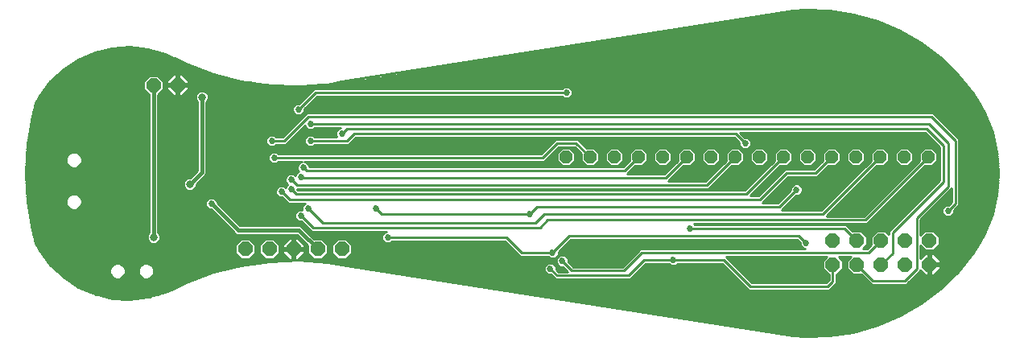
<source format=gbl>
G75*
G70*
%OFA0B0*%
%FSLAX24Y24*%
%IPPOS*%
%LPD*%
%AMOC8*
5,1,8,0,0,1.08239X$1,22.5*
%
%ADD10OC8,0.0520*%
%ADD11OC8,0.0600*%
%ADD12C,0.0270*%
%ADD13C,0.0100*%
%ADD14C,0.0320*%
%ADD15C,0.0160*%
D10*
X024228Y009670D03*
X025228Y009670D03*
X026228Y009670D03*
X027228Y009670D03*
X028228Y009670D03*
X029228Y009670D03*
X030228Y009670D03*
X031228Y009670D03*
X032228Y009670D03*
X033228Y009670D03*
X034228Y009670D03*
X035228Y009670D03*
X036228Y009670D03*
X037228Y009670D03*
X038228Y009670D03*
X039228Y009670D03*
D11*
X039278Y006220D03*
X038278Y006220D03*
X037278Y006220D03*
X036278Y006220D03*
X035278Y006220D03*
X035278Y005220D03*
X036278Y005220D03*
X037278Y005220D03*
X038278Y005220D03*
X039278Y005220D03*
X014948Y005864D03*
X013948Y005864D03*
X012948Y005864D03*
X011948Y005864D03*
X010948Y005864D03*
X008151Y012651D03*
X007151Y012651D03*
D12*
X006578Y013320D03*
X007578Y013820D03*
X009078Y012920D03*
X011078Y011520D03*
X013151Y011651D03*
X014278Y011720D03*
X013651Y011051D03*
X014951Y010651D03*
X013651Y010351D03*
X012778Y010120D03*
X012051Y010351D03*
X012151Y009651D03*
X013351Y009251D03*
X013251Y008851D03*
X012851Y008751D03*
X012851Y008351D03*
X012451Y008251D03*
X013551Y007551D03*
X013251Y007251D03*
X016351Y007551D03*
X016851Y006351D03*
X016478Y005920D03*
X020078Y005820D03*
X023578Y005047D03*
X024078Y005370D03*
X023678Y005720D03*
X026178Y006020D03*
X026278Y005320D03*
X028028Y004970D03*
X028628Y004970D03*
X028678Y005420D03*
X028478Y006070D03*
X029378Y006720D03*
X030478Y006120D03*
X033128Y004870D03*
X034628Y004870D03*
X034178Y006120D03*
X033778Y008320D03*
X031651Y010251D03*
X027178Y011720D03*
X025678Y011920D03*
X024251Y012351D03*
X026678Y012620D03*
X028278Y013320D03*
X021478Y011920D03*
X019278Y011920D03*
X018078Y011920D03*
X016378Y011820D03*
X016578Y012820D03*
X018278Y010220D03*
X022178Y010020D03*
X022728Y007320D03*
X013778Y009920D03*
X009551Y007751D03*
X006078Y008120D03*
X005378Y007620D03*
X004478Y007620D03*
X003978Y007120D03*
X006078Y007120D03*
X003178Y005920D03*
X003978Y005120D03*
X008778Y005120D03*
X009778Y005720D03*
X004078Y008720D03*
X002578Y009520D03*
X002778Y011220D03*
X003278Y012520D03*
X003778Y013320D03*
X032878Y002920D03*
X034378Y002820D03*
X036578Y002820D03*
X039978Y004620D03*
X040178Y005720D03*
X040878Y006520D03*
X040051Y007451D03*
X041578Y007720D03*
X041478Y009520D03*
X040678Y011820D03*
X038578Y013220D03*
D13*
X005435Y003828D02*
X004715Y004001D01*
X004036Y004295D01*
X003417Y004701D01*
X002878Y005209D01*
X002435Y005802D01*
X002260Y006113D01*
X002118Y006669D01*
X001922Y007832D01*
X001856Y009009D01*
X001922Y010187D01*
X002118Y011350D01*
X002260Y011906D01*
X002435Y012217D01*
X002878Y012810D01*
X003417Y013317D01*
X004036Y013724D01*
X004715Y014018D01*
X005435Y014191D01*
X006174Y014236D01*
X006909Y014154D01*
X007620Y013946D01*
X007959Y013796D01*
X008014Y013769D01*
X008015Y013769D01*
X008495Y013531D01*
X009618Y013118D01*
X010778Y012825D01*
X011963Y012656D01*
X013158Y012612D01*
X014352Y012695D01*
X014940Y012799D01*
X033633Y015750D01*
X034134Y015781D01*
X035145Y015748D01*
X036144Y015592D01*
X037116Y015314D01*
X038047Y014918D01*
X038921Y014411D01*
X039727Y013800D01*
X040452Y013095D01*
X041084Y012306D01*
X041361Y011885D01*
X041565Y011507D01*
X041884Y010707D01*
X042078Y009868D01*
X042143Y009009D01*
X042078Y008151D01*
X041884Y007312D01*
X041565Y006512D01*
X041361Y006134D01*
X041084Y005713D01*
X040452Y004924D01*
X039727Y004218D01*
X038921Y003608D01*
X038047Y003100D01*
X037116Y002705D01*
X036144Y002427D01*
X035145Y002271D01*
X034134Y002238D01*
X033633Y002269D01*
X014940Y005220D01*
X014352Y005324D01*
X014352Y005324D01*
X013158Y005407D01*
X011963Y005363D01*
X011963Y005363D01*
X010778Y005194D01*
X009618Y004901D01*
X008495Y004487D01*
X003743Y004487D01*
X003593Y004586D02*
X008762Y004586D01*
X008495Y004487D02*
X008495Y004487D01*
X008015Y004250D01*
X008014Y004250D01*
X007965Y004225D01*
X007959Y004223D01*
X007959Y004223D01*
X007620Y004073D01*
X006909Y003865D01*
X006174Y003783D01*
X005435Y003828D01*
X005153Y003896D02*
X007014Y003896D01*
X007351Y003994D02*
X004741Y003994D01*
X004502Y004093D02*
X007664Y004093D01*
X007888Y004191D02*
X004274Y004191D01*
X004046Y004290D02*
X008095Y004290D01*
X008295Y004389D02*
X003893Y004389D01*
X003444Y004684D02*
X005465Y004684D01*
X005475Y004674D02*
X005596Y004624D01*
X005726Y004624D01*
X005846Y004674D01*
X005938Y004766D01*
X005988Y004886D01*
X005988Y005016D01*
X005938Y005136D01*
X005846Y005229D01*
X005726Y005278D01*
X005596Y005278D01*
X005475Y005229D01*
X005383Y005136D01*
X005333Y005016D01*
X005333Y004886D01*
X005383Y004766D01*
X005475Y004674D01*
X005376Y004783D02*
X003331Y004783D01*
X003226Y004881D02*
X005335Y004881D01*
X005333Y004980D02*
X003122Y004980D01*
X003017Y005078D02*
X005359Y005078D01*
X005424Y005177D02*
X002912Y005177D01*
X002829Y005275D02*
X005589Y005275D01*
X005733Y005275D02*
X006770Y005275D01*
X006777Y005278D02*
X006656Y005229D01*
X006564Y005136D01*
X006515Y005016D01*
X006515Y004886D01*
X006564Y004766D01*
X006656Y004674D01*
X006777Y004624D01*
X006907Y004624D01*
X007027Y004674D01*
X007119Y004766D01*
X007169Y004886D01*
X007169Y005016D01*
X007119Y005136D01*
X007027Y005229D01*
X006907Y005278D01*
X006777Y005278D01*
X006914Y005275D02*
X011348Y005275D01*
X011118Y005454D02*
X011358Y005694D01*
X011358Y006034D01*
X011118Y006274D01*
X010779Y006274D01*
X010538Y006034D01*
X010538Y005694D01*
X010779Y005454D01*
X011118Y005454D01*
X011137Y005473D02*
X011760Y005473D01*
X011779Y005454D02*
X011538Y005694D01*
X011538Y006034D01*
X011779Y006274D01*
X012118Y006274D01*
X012358Y006034D01*
X012358Y005694D01*
X012118Y005454D01*
X011779Y005454D01*
X011662Y005571D02*
X011235Y005571D01*
X011334Y005670D02*
X011563Y005670D01*
X011538Y005768D02*
X011358Y005768D01*
X011358Y005867D02*
X011538Y005867D01*
X011538Y005965D02*
X011358Y005965D01*
X011329Y006064D02*
X011568Y006064D01*
X011667Y006162D02*
X011230Y006162D01*
X011131Y006261D02*
X011765Y006261D01*
X012131Y006261D02*
X012709Y006261D01*
X012762Y006314D02*
X012498Y006051D01*
X012498Y005914D01*
X012898Y005914D01*
X012898Y005814D01*
X012498Y005814D01*
X012498Y005678D01*
X012762Y005414D01*
X012898Y005414D01*
X012898Y005814D01*
X012998Y005814D01*
X012998Y005414D01*
X013135Y005414D01*
X013398Y005678D01*
X013398Y005814D01*
X012999Y005814D01*
X012999Y005914D01*
X013398Y005914D01*
X013398Y006051D01*
X013135Y006314D01*
X012998Y006314D01*
X012998Y005914D01*
X012898Y005914D01*
X012898Y006314D01*
X012762Y006314D01*
X012898Y006261D02*
X012998Y006261D01*
X012998Y006162D02*
X012898Y006162D01*
X012898Y006064D02*
X012998Y006064D01*
X012998Y005965D02*
X012898Y005965D01*
X012898Y005867D02*
X012358Y005867D01*
X012358Y005965D02*
X012498Y005965D01*
X012512Y006064D02*
X012329Y006064D01*
X012230Y006162D02*
X012610Y006162D01*
X012999Y005867D02*
X013538Y005867D01*
X013538Y005965D02*
X013398Y005965D01*
X013385Y006064D02*
X013480Y006064D01*
X013538Y006005D02*
X013538Y005694D01*
X013779Y005454D01*
X014118Y005454D01*
X014358Y005694D01*
X014358Y006034D01*
X014118Y006274D01*
X013807Y006274D01*
X013240Y006841D01*
X013083Y006841D01*
X010730Y006841D01*
X009796Y007775D01*
X009796Y007800D01*
X009759Y007890D01*
X009690Y007959D01*
X009600Y007996D01*
X009502Y007996D01*
X009412Y007959D01*
X009343Y007890D01*
X009306Y007800D01*
X009306Y007702D01*
X009343Y007612D01*
X009412Y007543D01*
X009502Y007506D01*
X009527Y007506D01*
X010461Y006572D01*
X010572Y006461D01*
X013083Y006461D01*
X013538Y006005D01*
X013382Y006162D02*
X013287Y006162D01*
X013283Y006261D02*
X013188Y006261D01*
X013184Y006359D02*
X007421Y006359D01*
X007421Y006405D02*
X007380Y006504D01*
X007341Y006543D01*
X007341Y012261D01*
X007561Y012481D01*
X007561Y012821D01*
X007321Y013061D01*
X006981Y013061D01*
X006741Y012821D01*
X006741Y012481D01*
X006961Y012261D01*
X006961Y006543D01*
X006922Y006504D01*
X006881Y006405D01*
X006881Y006297D01*
X006922Y006198D01*
X006998Y006122D01*
X007097Y006081D01*
X007205Y006081D01*
X007304Y006122D01*
X007380Y006198D01*
X007421Y006297D01*
X007421Y006405D01*
X007399Y006458D02*
X013086Y006458D01*
X013426Y006655D02*
X013621Y006655D01*
X013685Y006591D02*
X013817Y006591D01*
X016790Y006591D01*
X016712Y006559D01*
X016643Y006490D01*
X016606Y006400D01*
X016606Y006302D01*
X016643Y006212D01*
X016712Y006143D01*
X016802Y006106D01*
X016900Y006106D01*
X016990Y006143D01*
X017038Y006191D01*
X021685Y006191D01*
X022316Y005560D01*
X022449Y005560D01*
X023491Y005560D01*
X023539Y005512D01*
X023629Y005475D01*
X023727Y005475D01*
X023817Y005512D01*
X023886Y005581D01*
X023923Y005671D01*
X023923Y005738D01*
X024444Y006260D01*
X033812Y006260D01*
X033933Y006138D01*
X033933Y006071D01*
X033970Y005981D01*
X034039Y005912D01*
X034117Y005880D01*
X027312Y005880D01*
X027218Y005786D01*
X026562Y005130D01*
X024544Y005130D01*
X024323Y005351D01*
X024323Y005418D01*
X024286Y005508D01*
X024217Y005577D01*
X024127Y005615D01*
X024029Y005615D01*
X023939Y005577D01*
X023870Y005508D01*
X023833Y005418D01*
X023833Y005321D01*
X023870Y005231D01*
X023939Y005162D01*
X024029Y005125D01*
X024097Y005125D01*
X024292Y004930D01*
X023922Y004930D01*
X023823Y005029D01*
X023823Y005096D01*
X023786Y005186D01*
X023717Y005255D01*
X023627Y005292D01*
X023529Y005292D01*
X023439Y005255D01*
X023370Y005186D01*
X023333Y005096D01*
X023333Y004998D01*
X023370Y004908D01*
X023439Y004840D01*
X023529Y004802D01*
X023597Y004802D01*
X023789Y004610D01*
X023922Y004610D01*
X026894Y004610D01*
X026988Y004703D01*
X027544Y005260D01*
X028491Y005260D01*
X028539Y005212D01*
X028629Y005175D01*
X028727Y005175D01*
X028817Y005212D01*
X028864Y005260D01*
X030712Y005260D01*
X031812Y004160D01*
X031944Y004160D01*
X035144Y004160D01*
X035238Y004253D01*
X035438Y004453D01*
X035438Y004586D01*
X035438Y004810D01*
X035448Y004810D01*
X035688Y005050D01*
X035688Y005389D01*
X035518Y005560D01*
X036038Y005560D01*
X035868Y005389D01*
X035868Y005050D01*
X036108Y004810D01*
X036448Y004810D01*
X036455Y004817D01*
X036880Y004391D01*
X037013Y004391D01*
X038317Y004391D01*
X038411Y004485D01*
X038817Y004891D01*
X038817Y004891D01*
X038894Y004968D01*
X039092Y004770D01*
X039228Y004770D01*
X039228Y005169D01*
X039328Y005169D01*
X039328Y004770D01*
X039464Y004770D01*
X039728Y005033D01*
X039728Y005170D01*
X039328Y005170D01*
X039328Y005270D01*
X039228Y005270D01*
X039228Y005670D01*
X039092Y005670D01*
X038911Y005670D01*
X038911Y005768D02*
X041120Y005768D01*
X041185Y005867D02*
X039505Y005867D01*
X039448Y005810D02*
X039688Y006050D01*
X039688Y006389D01*
X039448Y006630D01*
X039108Y006630D01*
X038911Y006433D01*
X038911Y007085D01*
X040191Y008365D01*
X040191Y007817D01*
X040070Y007696D01*
X040002Y007696D01*
X039912Y007659D01*
X039843Y007590D01*
X039806Y007500D01*
X039806Y007402D01*
X039843Y007312D01*
X039912Y007243D01*
X040002Y007206D01*
X040100Y007206D01*
X040190Y007243D01*
X040259Y007312D01*
X040296Y007402D01*
X040296Y007470D01*
X040511Y007685D01*
X040511Y007817D01*
X040511Y010417D01*
X040417Y010511D01*
X039417Y011511D01*
X039285Y011511D01*
X013485Y011511D01*
X013391Y011417D01*
X012485Y010511D01*
X012238Y010511D01*
X012190Y010559D01*
X012100Y010596D01*
X012002Y010596D01*
X011912Y010559D01*
X011843Y010490D01*
X011806Y010400D01*
X011806Y010302D01*
X011843Y010212D01*
X011912Y010143D01*
X012002Y010106D01*
X012100Y010106D01*
X012190Y010143D01*
X012238Y010191D01*
X012485Y010191D01*
X012617Y010191D01*
X013413Y010987D01*
X013443Y010912D01*
X013512Y010843D01*
X013602Y010806D01*
X013700Y010806D01*
X013790Y010843D01*
X013838Y010891D01*
X014891Y010891D01*
X014812Y010859D01*
X014743Y010790D01*
X014706Y010700D01*
X014706Y010602D01*
X014743Y010512D01*
X014745Y010511D01*
X013838Y010511D01*
X013790Y010559D01*
X013700Y010596D01*
X013602Y010596D01*
X013512Y010559D01*
X013443Y010490D01*
X013406Y010400D01*
X013406Y010302D01*
X013443Y010212D01*
X013512Y010143D01*
X013602Y010106D01*
X013700Y010106D01*
X013790Y010143D01*
X013838Y010191D01*
X015085Y010191D01*
X015217Y010191D01*
X015517Y010491D01*
X031185Y010491D01*
X031406Y010270D01*
X031406Y010202D01*
X031443Y010112D01*
X031512Y010043D01*
X031602Y010006D01*
X031700Y010006D01*
X031790Y010043D01*
X031859Y010112D01*
X031896Y010202D01*
X031896Y010300D01*
X031859Y010390D01*
X031790Y010459D01*
X031700Y010496D01*
X031632Y010496D01*
X031437Y010691D01*
X039085Y010691D01*
X039691Y010085D01*
X039691Y008717D01*
X037685Y006711D01*
X037591Y006617D01*
X037591Y006486D01*
X037448Y006630D01*
X037108Y006630D01*
X036868Y006389D01*
X036868Y006050D01*
X036875Y006043D01*
X036712Y005880D01*
X036518Y005880D01*
X036688Y006050D01*
X036688Y006389D01*
X036448Y006630D01*
X036108Y006630D01*
X036101Y006623D01*
X035938Y006786D01*
X035844Y006880D01*
X029564Y006880D01*
X029534Y006910D01*
X036694Y006910D01*
X036788Y007003D01*
X039084Y009300D01*
X039381Y009300D01*
X039598Y009516D01*
X039598Y009823D01*
X039381Y010040D01*
X039075Y010040D01*
X038858Y009823D01*
X038858Y009526D01*
X036562Y007230D01*
X035014Y007230D01*
X035038Y007253D01*
X037084Y009300D01*
X037381Y009300D01*
X037598Y009516D01*
X037598Y009823D01*
X037381Y010040D01*
X037075Y010040D01*
X036858Y009823D01*
X036858Y009526D01*
X034812Y007480D01*
X033164Y007480D01*
X033238Y007553D01*
X033759Y008075D01*
X033827Y008075D01*
X033917Y008112D01*
X033986Y008181D01*
X034023Y008271D01*
X034023Y008368D01*
X033986Y008458D01*
X033917Y008527D01*
X035859Y008527D01*
X035761Y008429D02*
X033998Y008429D01*
X034023Y008330D02*
X035662Y008330D01*
X035564Y008232D02*
X034007Y008232D01*
X033938Y008133D02*
X035465Y008133D01*
X035367Y008035D02*
X033719Y008035D01*
X033621Y007936D02*
X035268Y007936D01*
X035170Y007838D02*
X033522Y007838D01*
X033424Y007739D02*
X035071Y007739D01*
X034973Y007640D02*
X033325Y007640D01*
X033226Y007542D02*
X034874Y007542D01*
X034878Y007320D02*
X023320Y007320D01*
X022951Y006951D01*
X014151Y006951D01*
X013551Y007551D01*
X013323Y007640D02*
X009931Y007640D01*
X010029Y007542D02*
X013306Y007542D01*
X013306Y007502D02*
X013311Y007492D01*
X013300Y007496D01*
X013202Y007496D01*
X013112Y007459D01*
X013043Y007390D01*
X013006Y007300D01*
X013006Y007202D01*
X013043Y007112D01*
X013112Y007043D01*
X013202Y007006D01*
X013270Y007006D01*
X013685Y006591D01*
X013623Y006458D02*
X016630Y006458D01*
X016606Y006359D02*
X013722Y006359D01*
X013525Y006556D02*
X016710Y006556D01*
X016851Y006351D02*
X021751Y006351D01*
X022383Y005720D01*
X023678Y005720D01*
X024378Y006420D01*
X033878Y006420D01*
X034178Y006120D01*
X033986Y005965D02*
X024150Y005965D01*
X024248Y006064D02*
X033936Y006064D01*
X033909Y006162D02*
X024347Y006162D01*
X024051Y005867D02*
X027299Y005867D01*
X027200Y005768D02*
X023953Y005768D01*
X023922Y005670D02*
X027102Y005670D01*
X027003Y005571D02*
X024223Y005571D01*
X024301Y005473D02*
X026905Y005473D01*
X026806Y005374D02*
X024323Y005374D01*
X024398Y005275D02*
X026707Y005275D01*
X026609Y005177D02*
X024497Y005177D01*
X024478Y004970D02*
X024078Y005370D01*
X023855Y005473D02*
X015137Y005473D01*
X015118Y005454D02*
X014779Y005454D01*
X014538Y005694D01*
X014538Y006034D01*
X014779Y006274D01*
X015118Y006274D01*
X015358Y006034D01*
X015358Y005694D01*
X015118Y005454D01*
X015235Y005571D02*
X022305Y005571D01*
X022206Y005670D02*
X015334Y005670D01*
X015358Y005768D02*
X022108Y005768D01*
X022009Y005867D02*
X015358Y005867D01*
X015358Y005965D02*
X021911Y005965D01*
X021812Y006064D02*
X015329Y006064D01*
X015230Y006162D02*
X016694Y006162D01*
X016623Y006261D02*
X015131Y006261D01*
X014765Y006261D02*
X014131Y006261D01*
X014230Y006162D02*
X014667Y006162D01*
X014568Y006064D02*
X014329Y006064D01*
X014358Y005965D02*
X014538Y005965D01*
X014538Y005867D02*
X014358Y005867D01*
X014358Y005768D02*
X014538Y005768D01*
X014563Y005670D02*
X014334Y005670D01*
X014235Y005571D02*
X014662Y005571D01*
X014760Y005473D02*
X014137Y005473D01*
X013760Y005473D02*
X013193Y005473D01*
X013158Y005407D02*
X013158Y005407D01*
X012998Y005473D02*
X012898Y005473D01*
X012898Y005571D02*
X012998Y005571D01*
X012998Y005670D02*
X012898Y005670D01*
X012898Y005768D02*
X012998Y005768D01*
X013292Y005571D02*
X013662Y005571D01*
X013563Y005670D02*
X013390Y005670D01*
X013398Y005768D02*
X013538Y005768D01*
X013631Y005374D02*
X023833Y005374D01*
X023852Y005275D02*
X023667Y005275D01*
X023789Y005177D02*
X023924Y005177D01*
X023823Y005078D02*
X024143Y005078D01*
X024242Y004980D02*
X023872Y004980D01*
X023856Y004770D02*
X023578Y005047D01*
X023397Y004881D02*
X017087Y004881D01*
X017711Y004783D02*
X023616Y004783D01*
X023715Y004684D02*
X018335Y004684D01*
X018960Y004586D02*
X031386Y004586D01*
X031287Y004684D02*
X026969Y004684D01*
X027067Y004783D02*
X031189Y004783D01*
X031090Y004881D02*
X027166Y004881D01*
X027264Y004980D02*
X030992Y004980D01*
X030893Y005078D02*
X027363Y005078D01*
X027461Y005177D02*
X028624Y005177D01*
X028732Y005177D02*
X030794Y005177D01*
X030778Y005420D02*
X028678Y005420D01*
X027478Y005420D01*
X026828Y004770D01*
X023856Y004770D01*
X023341Y004980D02*
X016463Y004980D01*
X015839Y005078D02*
X023333Y005078D01*
X023366Y005177D02*
X015215Y005177D01*
X014628Y005275D02*
X023489Y005275D01*
X023876Y005571D02*
X023933Y005571D01*
X024478Y004970D02*
X026628Y004970D01*
X027378Y005720D01*
X036778Y005720D01*
X037278Y006220D01*
X036868Y006261D02*
X036688Y006261D01*
X036688Y006359D02*
X036868Y006359D01*
X036936Y006458D02*
X036619Y006458D01*
X036521Y006556D02*
X037035Y006556D01*
X036868Y006162D02*
X036688Y006162D01*
X036688Y006064D02*
X036868Y006064D01*
X036797Y005965D02*
X036603Y005965D01*
X036278Y006220D02*
X035778Y006720D01*
X029378Y006720D01*
X030864Y005560D02*
X035038Y005560D01*
X034868Y005389D01*
X034868Y005050D01*
X035108Y004810D01*
X035118Y004810D01*
X035118Y004586D01*
X035012Y004480D01*
X031944Y004480D01*
X030938Y005486D01*
X030864Y005560D01*
X030951Y005473D02*
X034951Y005473D01*
X034868Y005374D02*
X031050Y005374D01*
X031148Y005275D02*
X034868Y005275D01*
X034868Y005177D02*
X031247Y005177D01*
X031346Y005078D02*
X034868Y005078D01*
X034938Y004980D02*
X031444Y004980D01*
X031543Y004881D02*
X035037Y004881D01*
X035118Y004783D02*
X031641Y004783D01*
X031740Y004684D02*
X035118Y004684D01*
X035118Y004586D02*
X031838Y004586D01*
X031937Y004487D02*
X035019Y004487D01*
X035078Y004320D02*
X031878Y004320D01*
X030778Y005420D01*
X031484Y004487D02*
X019584Y004487D01*
X020208Y004389D02*
X031583Y004389D01*
X031681Y004290D02*
X020832Y004290D01*
X021456Y004191D02*
X031780Y004191D01*
X029569Y002910D02*
X037599Y002910D01*
X037368Y002812D02*
X030193Y002812D01*
X030818Y002713D02*
X037136Y002713D01*
X036801Y002615D02*
X031442Y002615D01*
X032066Y002516D02*
X036456Y002516D01*
X036085Y002418D02*
X032690Y002418D01*
X033314Y002319D02*
X035456Y002319D01*
X037831Y003009D02*
X028945Y003009D01*
X028321Y003107D02*
X038059Y003107D01*
X038229Y003206D02*
X027697Y003206D01*
X027073Y003305D02*
X038399Y003305D01*
X038569Y003403D02*
X026449Y003403D01*
X025825Y003502D02*
X038739Y003502D01*
X038909Y003600D02*
X025201Y003600D01*
X024577Y003699D02*
X039042Y003699D01*
X039172Y003797D02*
X023952Y003797D01*
X023328Y003896D02*
X039302Y003896D01*
X039432Y003994D02*
X022704Y003994D01*
X022080Y004093D02*
X039561Y004093D01*
X039691Y004191D02*
X035176Y004191D01*
X035275Y004290D02*
X039801Y004290D01*
X039902Y004389D02*
X035373Y004389D01*
X035438Y004487D02*
X036784Y004487D01*
X036686Y004586D02*
X035438Y004586D01*
X035438Y004684D02*
X036587Y004684D01*
X036489Y004783D02*
X035438Y004783D01*
X035519Y004881D02*
X036037Y004881D01*
X035938Y004980D02*
X035618Y004980D01*
X035688Y005078D02*
X035868Y005078D01*
X035868Y005177D02*
X035688Y005177D01*
X035688Y005275D02*
X035868Y005275D01*
X035868Y005374D02*
X035688Y005374D01*
X035605Y005473D02*
X035951Y005473D01*
X036278Y005220D02*
X036946Y004551D01*
X038251Y004551D01*
X038751Y005051D01*
X038751Y007151D01*
X040051Y008451D01*
X040051Y010251D01*
X039251Y011051D01*
X013651Y011051D01*
X013463Y010892D02*
X013319Y010892D01*
X013220Y010794D02*
X014747Y010794D01*
X014706Y010695D02*
X013122Y010695D01*
X013023Y010597D02*
X014709Y010597D01*
X014951Y010651D02*
X015151Y010851D01*
X039151Y010851D01*
X039851Y010151D01*
X039851Y008651D01*
X037751Y006551D01*
X037751Y005693D01*
X037278Y005220D01*
X038610Y004684D02*
X040205Y004684D01*
X040104Y004586D02*
X038512Y004586D01*
X038413Y004487D02*
X040003Y004487D01*
X040307Y004783D02*
X039477Y004783D01*
X039576Y004881D02*
X040408Y004881D01*
X040496Y004980D02*
X039674Y004980D01*
X039728Y005078D02*
X040575Y005078D01*
X040654Y005177D02*
X039328Y005177D01*
X039328Y005270D02*
X039728Y005270D01*
X039728Y005406D01*
X039464Y005670D01*
X039328Y005670D01*
X039328Y005270D01*
X039328Y005275D02*
X039228Y005275D01*
X039228Y005374D02*
X039328Y005374D01*
X039328Y005473D02*
X039228Y005473D01*
X039228Y005571D02*
X039328Y005571D01*
X039328Y005670D02*
X039228Y005670D01*
X039092Y005670D02*
X038911Y005489D01*
X038911Y006007D01*
X039108Y005810D01*
X039448Y005810D01*
X039464Y005670D02*
X041049Y005670D01*
X040970Y005571D02*
X039563Y005571D01*
X039661Y005473D02*
X040891Y005473D01*
X040812Y005374D02*
X039728Y005374D01*
X039728Y005275D02*
X040733Y005275D01*
X039328Y005078D02*
X039228Y005078D01*
X039228Y004980D02*
X039328Y004980D01*
X039328Y004881D02*
X039228Y004881D01*
X039228Y004783D02*
X039328Y004783D01*
X039079Y004783D02*
X038709Y004783D01*
X038807Y004881D02*
X038980Y004881D01*
X038993Y005571D02*
X038911Y005571D01*
X038911Y005867D02*
X039051Y005867D01*
X038953Y005965D02*
X038911Y005965D01*
X039603Y005965D02*
X041250Y005965D01*
X041315Y006064D02*
X039688Y006064D01*
X039688Y006162D02*
X041376Y006162D01*
X041429Y006261D02*
X039688Y006261D01*
X039688Y006359D02*
X041482Y006359D01*
X041535Y006458D02*
X039619Y006458D01*
X039521Y006556D02*
X041582Y006556D01*
X041622Y006655D02*
X038911Y006655D01*
X038911Y006556D02*
X039035Y006556D01*
X038936Y006458D02*
X038911Y006458D01*
X038911Y006754D02*
X041661Y006754D01*
X041700Y006852D02*
X038911Y006852D01*
X038911Y006951D02*
X041740Y006951D01*
X041779Y007049D02*
X038911Y007049D01*
X038974Y007148D02*
X041818Y007148D01*
X041858Y007246D02*
X040193Y007246D01*
X040272Y007345D02*
X041891Y007345D01*
X041914Y007443D02*
X040296Y007443D01*
X040368Y007542D02*
X041937Y007542D01*
X041960Y007640D02*
X040467Y007640D01*
X040511Y007739D02*
X041983Y007739D01*
X042006Y007838D02*
X040511Y007838D01*
X040511Y007936D02*
X042028Y007936D01*
X042051Y008035D02*
X040511Y008035D01*
X040511Y008133D02*
X042074Y008133D01*
X042084Y008232D02*
X040511Y008232D01*
X040511Y008330D02*
X042092Y008330D01*
X042099Y008429D02*
X040511Y008429D01*
X040511Y008527D02*
X042107Y008527D01*
X042114Y008626D02*
X040511Y008626D01*
X040511Y008724D02*
X042122Y008724D01*
X042129Y008823D02*
X040511Y008823D01*
X040511Y008922D02*
X042137Y008922D01*
X042143Y009020D02*
X040511Y009020D01*
X040511Y009119D02*
X042135Y009119D01*
X042128Y009217D02*
X040511Y009217D01*
X040511Y009316D02*
X042120Y009316D01*
X042113Y009414D02*
X040511Y009414D01*
X040511Y009513D02*
X042105Y009513D01*
X042098Y009611D02*
X040511Y009611D01*
X040511Y009710D02*
X042090Y009710D01*
X042083Y009808D02*
X040511Y009808D01*
X040511Y009907D02*
X042069Y009907D01*
X042046Y010006D02*
X040511Y010006D01*
X040511Y010104D02*
X042023Y010104D01*
X042001Y010203D02*
X040511Y010203D01*
X040511Y010301D02*
X041978Y010301D01*
X041955Y010400D02*
X040511Y010400D01*
X040430Y010498D02*
X041932Y010498D01*
X041909Y010597D02*
X040332Y010597D01*
X040233Y010695D02*
X041886Y010695D01*
X041849Y010794D02*
X040135Y010794D01*
X040036Y010892D02*
X041810Y010892D01*
X041770Y010991D02*
X039938Y010991D01*
X039839Y011089D02*
X041731Y011089D01*
X041692Y011188D02*
X039741Y011188D01*
X039642Y011287D02*
X041652Y011287D01*
X041613Y011385D02*
X039543Y011385D01*
X039445Y011484D02*
X041574Y011484D01*
X041524Y011582D02*
X013388Y011582D01*
X013396Y011602D02*
X013359Y011512D01*
X013290Y011443D01*
X013200Y011406D01*
X013102Y011406D01*
X013012Y011443D01*
X012943Y011512D01*
X012906Y011602D01*
X012906Y011700D01*
X012943Y011790D01*
X013012Y011859D01*
X013102Y011896D01*
X013170Y011896D01*
X013691Y012417D01*
X013785Y012511D01*
X024065Y012511D01*
X024112Y012559D01*
X024202Y012596D01*
X024300Y012596D01*
X024390Y012559D01*
X024459Y012490D01*
X024496Y012400D01*
X024496Y012302D01*
X024459Y012212D01*
X024390Y012143D01*
X024300Y012106D01*
X024202Y012106D01*
X024112Y012143D01*
X024065Y012191D01*
X013917Y012191D01*
X013396Y011670D01*
X013396Y011602D01*
X013407Y011681D02*
X041471Y011681D01*
X041418Y011779D02*
X013506Y011779D01*
X013604Y011878D02*
X041365Y011878D01*
X041301Y011976D02*
X013703Y011976D01*
X013801Y012075D02*
X041236Y012075D01*
X041171Y012173D02*
X024420Y012173D01*
X024484Y012272D02*
X041106Y012272D01*
X041032Y012371D02*
X024496Y012371D01*
X024468Y012469D02*
X040953Y012469D01*
X040874Y012568D02*
X024369Y012568D01*
X024134Y012568D02*
X008601Y012568D01*
X008601Y012601D02*
X008201Y012601D01*
X008201Y012201D01*
X008338Y012201D01*
X008601Y012465D01*
X008601Y012601D01*
X008601Y012701D02*
X008201Y012701D01*
X008101Y012701D01*
X008101Y012601D01*
X007701Y012601D01*
X007701Y012465D01*
X007965Y012201D01*
X008101Y012201D01*
X008101Y012601D01*
X008201Y012601D01*
X008201Y012701D01*
X008201Y013101D01*
X008338Y013101D01*
X008601Y012838D01*
X008601Y012701D01*
X008601Y012765D02*
X011199Y012765D01*
X010626Y012863D02*
X008575Y012863D01*
X008477Y012962D02*
X010236Y012962D01*
X009846Y013060D02*
X008378Y013060D01*
X008201Y013060D02*
X008101Y013060D01*
X008101Y013101D02*
X007965Y013101D01*
X007701Y012838D01*
X007701Y012701D01*
X008101Y012701D01*
X008101Y013101D01*
X008101Y012962D02*
X008201Y012962D01*
X008201Y012863D02*
X008101Y012863D01*
X008101Y012765D02*
X008201Y012765D01*
X008201Y012666D02*
X011889Y012666D01*
X013349Y012075D02*
X009412Y012075D01*
X009421Y012097D02*
X009380Y011998D01*
X009341Y011959D01*
X009341Y009128D01*
X009341Y008970D01*
X008924Y008552D01*
X008924Y008497D01*
X008882Y008398D01*
X008806Y008322D01*
X008707Y008281D01*
X008600Y008281D01*
X008501Y008322D01*
X008425Y008398D01*
X008384Y008497D01*
X008384Y008605D01*
X008425Y008704D01*
X008501Y008780D01*
X008600Y008821D01*
X008655Y008821D01*
X008961Y009128D01*
X008961Y011959D01*
X008922Y011998D01*
X008881Y012097D01*
X008881Y012205D01*
X008922Y012304D01*
X008998Y012380D01*
X009097Y012421D01*
X009205Y012421D01*
X009304Y012380D01*
X009380Y012304D01*
X009421Y012205D01*
X009421Y012097D01*
X009421Y012173D02*
X013447Y012173D01*
X013546Y012272D02*
X009393Y012272D01*
X009314Y012371D02*
X013644Y012371D01*
X013743Y012469D02*
X008601Y012469D01*
X008507Y012371D02*
X008989Y012371D01*
X008909Y012272D02*
X008408Y012272D01*
X008201Y012272D02*
X008101Y012272D01*
X008101Y012371D02*
X008201Y012371D01*
X008201Y012469D02*
X008101Y012469D01*
X008101Y012568D02*
X008201Y012568D01*
X008101Y012666D02*
X007561Y012666D01*
X007561Y012568D02*
X007701Y012568D01*
X007701Y012469D02*
X007549Y012469D01*
X007450Y012371D02*
X007795Y012371D01*
X007894Y012272D02*
X007352Y012272D01*
X007341Y012173D02*
X008881Y012173D01*
X008890Y012075D02*
X007341Y012075D01*
X007341Y011976D02*
X008944Y011976D01*
X008961Y011878D02*
X007341Y011878D01*
X007341Y011779D02*
X008961Y011779D01*
X008961Y011681D02*
X007341Y011681D01*
X007341Y011582D02*
X008961Y011582D01*
X008961Y011484D02*
X007341Y011484D01*
X007341Y011385D02*
X008961Y011385D01*
X008961Y011287D02*
X007341Y011287D01*
X007341Y011188D02*
X008961Y011188D01*
X008961Y011089D02*
X007341Y011089D01*
X007341Y010991D02*
X008961Y010991D01*
X008961Y010892D02*
X007341Y010892D01*
X007341Y010794D02*
X008961Y010794D01*
X008961Y010695D02*
X007341Y010695D01*
X007341Y010597D02*
X008961Y010597D01*
X008961Y010498D02*
X007341Y010498D01*
X007341Y010400D02*
X008961Y010400D01*
X008961Y010301D02*
X007341Y010301D01*
X007341Y010203D02*
X008961Y010203D01*
X008961Y010104D02*
X007341Y010104D01*
X007341Y010006D02*
X008961Y010006D01*
X008961Y009907D02*
X007341Y009907D01*
X007341Y009808D02*
X008961Y009808D01*
X008961Y009710D02*
X007341Y009710D01*
X007341Y009611D02*
X008961Y009611D01*
X008961Y009513D02*
X007341Y009513D01*
X007341Y009414D02*
X008961Y009414D01*
X008961Y009316D02*
X007341Y009316D01*
X007341Y009217D02*
X008961Y009217D01*
X008952Y009119D02*
X007341Y009119D01*
X007341Y009020D02*
X008854Y009020D01*
X008755Y008922D02*
X007341Y008922D01*
X007341Y008823D02*
X008657Y008823D01*
X008445Y008724D02*
X007341Y008724D01*
X007341Y008626D02*
X008392Y008626D01*
X008384Y008527D02*
X007341Y008527D01*
X007341Y008429D02*
X008412Y008429D01*
X008493Y008330D02*
X007341Y008330D01*
X007341Y008232D02*
X012206Y008232D01*
X012206Y008202D02*
X012243Y008112D01*
X012312Y008043D01*
X012402Y008006D01*
X012470Y008006D01*
X012716Y007760D01*
X012849Y007760D01*
X013414Y007760D01*
X013412Y007759D01*
X013343Y007690D01*
X013306Y007600D01*
X013306Y007502D01*
X013097Y007443D02*
X010128Y007443D01*
X010226Y007345D02*
X013025Y007345D01*
X013006Y007246D02*
X010325Y007246D01*
X010423Y007148D02*
X013029Y007148D01*
X013107Y007049D02*
X010522Y007049D01*
X010620Y006951D02*
X013325Y006951D01*
X013424Y006852D02*
X010719Y006852D01*
X010379Y006655D02*
X007341Y006655D01*
X007341Y006556D02*
X010477Y006556D01*
X010280Y006754D02*
X007341Y006754D01*
X007341Y006852D02*
X010181Y006852D01*
X010083Y006951D02*
X007341Y006951D01*
X007341Y007049D02*
X009984Y007049D01*
X009886Y007148D02*
X007341Y007148D01*
X007341Y007246D02*
X009787Y007246D01*
X009689Y007345D02*
X007341Y007345D01*
X007341Y007443D02*
X009590Y007443D01*
X009416Y007542D02*
X007341Y007542D01*
X007341Y007640D02*
X009332Y007640D01*
X009306Y007739D02*
X007341Y007739D01*
X007341Y007838D02*
X009322Y007838D01*
X009390Y007936D02*
X007341Y007936D01*
X007341Y008035D02*
X012334Y008035D01*
X012235Y008133D02*
X007341Y008133D01*
X006961Y008133D02*
X003958Y008133D01*
X003919Y008149D02*
X004039Y008099D01*
X004131Y008007D01*
X004181Y007887D01*
X004181Y007757D01*
X004131Y007637D01*
X004039Y007545D01*
X003919Y007495D01*
X003789Y007495D01*
X003669Y007545D01*
X003577Y007637D01*
X003527Y007757D01*
X003527Y007887D01*
X003577Y008007D01*
X003669Y008099D01*
X003789Y008149D01*
X003919Y008149D01*
X003750Y008133D02*
X001905Y008133D01*
X001910Y008035D02*
X003604Y008035D01*
X003547Y007936D02*
X001916Y007936D01*
X001921Y007838D02*
X003527Y007838D01*
X003534Y007739D02*
X001937Y007739D01*
X001954Y007640D02*
X003575Y007640D01*
X003675Y007542D02*
X001971Y007542D01*
X001987Y007443D02*
X006961Y007443D01*
X006961Y007345D02*
X002004Y007345D01*
X002020Y007246D02*
X006961Y007246D01*
X006961Y007148D02*
X002037Y007148D01*
X002054Y007049D02*
X006961Y007049D01*
X006961Y006951D02*
X002070Y006951D01*
X002087Y006852D02*
X006961Y006852D01*
X006961Y006754D02*
X002104Y006754D01*
X002121Y006655D02*
X006961Y006655D01*
X006961Y006556D02*
X002147Y006556D01*
X002172Y006458D02*
X006903Y006458D01*
X006881Y006359D02*
X002197Y006359D01*
X002222Y006261D02*
X006896Y006261D01*
X006958Y006162D02*
X002247Y006162D01*
X002288Y006064D02*
X010568Y006064D01*
X010538Y005965D02*
X002343Y005965D01*
X002398Y005867D02*
X010538Y005867D01*
X010538Y005768D02*
X002460Y005768D01*
X002534Y005670D02*
X010563Y005670D01*
X010662Y005571D02*
X002607Y005571D01*
X002681Y005473D02*
X010760Y005473D01*
X010778Y005194D02*
X010778Y005194D01*
X010710Y005177D02*
X007079Y005177D01*
X007143Y005078D02*
X010320Y005078D01*
X009930Y004980D02*
X007169Y004980D01*
X007167Y004881D02*
X009565Y004881D01*
X009618Y004901D02*
X009618Y004901D01*
X009297Y004783D02*
X007126Y004783D01*
X007037Y004684D02*
X009030Y004684D01*
X006646Y004684D02*
X005856Y004684D01*
X005945Y004783D02*
X006557Y004783D01*
X006517Y004881D02*
X005986Y004881D01*
X005988Y004980D02*
X006515Y004980D01*
X006540Y005078D02*
X005962Y005078D01*
X005898Y005177D02*
X006605Y005177D01*
X007344Y006162D02*
X010667Y006162D01*
X010765Y006261D02*
X007406Y006261D01*
X006961Y007542D02*
X004033Y007542D01*
X004133Y007640D02*
X006961Y007640D01*
X006961Y007739D02*
X004174Y007739D01*
X004181Y007838D02*
X006961Y007838D01*
X006961Y007936D02*
X004161Y007936D01*
X004104Y008035D02*
X006961Y008035D01*
X006961Y008232D02*
X001899Y008232D01*
X001894Y008330D02*
X006961Y008330D01*
X006961Y008429D02*
X001888Y008429D01*
X001883Y008527D02*
X006961Y008527D01*
X006961Y008626D02*
X001877Y008626D01*
X001872Y008724D02*
X006961Y008724D01*
X006961Y008823D02*
X001866Y008823D01*
X001861Y008922D02*
X006961Y008922D01*
X006961Y009020D02*
X001857Y009020D01*
X001862Y009119D02*
X006961Y009119D01*
X006961Y009217D02*
X001868Y009217D01*
X001873Y009316D02*
X003630Y009316D01*
X003669Y009277D02*
X003577Y009369D01*
X003527Y009489D01*
X003527Y009619D01*
X003577Y009740D01*
X003669Y009832D01*
X003789Y009881D01*
X003919Y009881D01*
X004039Y009832D01*
X004131Y009740D01*
X004181Y009619D01*
X004181Y009489D01*
X004131Y009369D01*
X004039Y009277D01*
X003919Y009227D01*
X003789Y009227D01*
X003669Y009277D01*
X003558Y009414D02*
X001879Y009414D01*
X001884Y009513D02*
X003527Y009513D01*
X003527Y009611D02*
X001890Y009611D01*
X001895Y009710D02*
X003564Y009710D01*
X003645Y009808D02*
X001901Y009808D01*
X001906Y009907D02*
X006961Y009907D01*
X006961Y010006D02*
X001912Y010006D01*
X001917Y010104D02*
X006961Y010104D01*
X006961Y010203D02*
X001924Y010203D01*
X001941Y010301D02*
X006961Y010301D01*
X006961Y010400D02*
X001958Y010400D01*
X001974Y010498D02*
X006961Y010498D01*
X006961Y010597D02*
X001991Y010597D01*
X002007Y010695D02*
X006961Y010695D01*
X006961Y010794D02*
X002024Y010794D01*
X002041Y010892D02*
X006961Y010892D01*
X006961Y010991D02*
X002057Y010991D01*
X002074Y011089D02*
X006961Y011089D01*
X006961Y011188D02*
X002090Y011188D01*
X002107Y011287D02*
X006961Y011287D01*
X006961Y011385D02*
X002127Y011385D01*
X002152Y011484D02*
X006961Y011484D01*
X006961Y011582D02*
X002177Y011582D01*
X002202Y011681D02*
X006961Y011681D01*
X006961Y011779D02*
X002228Y011779D01*
X002253Y011878D02*
X006961Y011878D01*
X006961Y011976D02*
X002300Y011976D01*
X002355Y012075D02*
X006961Y012075D01*
X006961Y012173D02*
X002410Y012173D01*
X002476Y012272D02*
X006951Y012272D01*
X006852Y012371D02*
X002550Y012371D01*
X002623Y012469D02*
X006753Y012469D01*
X006741Y012568D02*
X002697Y012568D01*
X002771Y012666D02*
X006741Y012666D01*
X006741Y012765D02*
X002844Y012765D01*
X002935Y012863D02*
X006783Y012863D01*
X006882Y012962D02*
X003040Y012962D01*
X003144Y013060D02*
X006981Y013060D01*
X007322Y013060D02*
X007924Y013060D01*
X007825Y012962D02*
X007420Y012962D01*
X007519Y012863D02*
X007727Y012863D01*
X007701Y012765D02*
X007561Y012765D01*
X008704Y013455D02*
X003626Y013455D01*
X003776Y013553D02*
X008452Y013553D01*
X008252Y013652D02*
X003925Y013652D01*
X004096Y013750D02*
X008052Y013750D01*
X007840Y013849D02*
X004323Y013849D01*
X004551Y013947D02*
X007614Y013947D01*
X007278Y014046D02*
X004830Y014046D01*
X005242Y014144D02*
X006942Y014144D01*
X008972Y013356D02*
X003476Y013356D01*
X003354Y013257D02*
X009239Y013257D01*
X009507Y013159D02*
X003249Y013159D01*
X009358Y011976D02*
X013250Y011976D01*
X013058Y011878D02*
X009341Y011878D01*
X009341Y011779D02*
X012939Y011779D01*
X012906Y011681D02*
X009341Y011681D01*
X009341Y011582D02*
X012915Y011582D01*
X012972Y011484D02*
X009341Y011484D01*
X009341Y011385D02*
X013359Y011385D01*
X013330Y011484D02*
X013457Y011484D01*
X013551Y011351D02*
X039351Y011351D01*
X040351Y010351D01*
X040351Y007751D01*
X040051Y007451D01*
X039824Y007542D02*
X039368Y007542D01*
X039270Y007443D02*
X039806Y007443D01*
X039830Y007345D02*
X039171Y007345D01*
X039073Y007246D02*
X039910Y007246D01*
X039894Y007640D02*
X039467Y007640D01*
X039565Y007739D02*
X040113Y007739D01*
X040191Y007838D02*
X039664Y007838D01*
X039762Y007936D02*
X040191Y007936D01*
X040191Y008035D02*
X039861Y008035D01*
X039959Y008133D02*
X040191Y008133D01*
X040191Y008232D02*
X040058Y008232D01*
X040156Y008330D02*
X040191Y008330D01*
X039600Y008626D02*
X038410Y008626D01*
X038312Y008527D02*
X039501Y008527D01*
X039403Y008429D02*
X038213Y008429D01*
X038115Y008330D02*
X039304Y008330D01*
X039205Y008232D02*
X038016Y008232D01*
X037918Y008133D02*
X039107Y008133D01*
X039008Y008035D02*
X037819Y008035D01*
X037721Y007936D02*
X038910Y007936D01*
X038811Y007838D02*
X037622Y007838D01*
X037524Y007739D02*
X038713Y007739D01*
X038614Y007640D02*
X037425Y007640D01*
X037326Y007542D02*
X038516Y007542D01*
X038417Y007443D02*
X037228Y007443D01*
X037129Y007345D02*
X038319Y007345D01*
X038220Y007246D02*
X037031Y007246D01*
X036932Y007148D02*
X038121Y007148D01*
X038023Y007049D02*
X036834Y007049D01*
X036735Y006951D02*
X037924Y006951D01*
X037826Y006852D02*
X035872Y006852D01*
X035970Y006754D02*
X037727Y006754D01*
X037629Y006655D02*
X036069Y006655D01*
X036628Y007070D02*
X023470Y007070D01*
X023151Y006751D01*
X013751Y006751D01*
X013251Y007251D01*
X013328Y006754D02*
X013522Y006754D01*
X013393Y007739D02*
X009832Y007739D01*
X009781Y007838D02*
X012639Y007838D01*
X012540Y007936D02*
X009713Y007936D01*
X008814Y008330D02*
X012219Y008330D01*
X012206Y008300D02*
X012243Y008390D01*
X012312Y008459D01*
X012402Y008496D01*
X012500Y008496D01*
X012590Y008459D01*
X012619Y008430D01*
X012643Y008490D01*
X012705Y008551D01*
X012643Y008612D01*
X012606Y008702D01*
X012606Y008800D01*
X012643Y008890D01*
X012712Y008959D01*
X012802Y008996D01*
X012900Y008996D01*
X012990Y008959D01*
X013019Y008930D01*
X013043Y008990D01*
X013112Y009059D01*
X013172Y009084D01*
X013143Y009112D01*
X013106Y009202D01*
X013106Y009300D01*
X013143Y009390D01*
X013212Y009459D01*
X013291Y009491D01*
X012338Y009491D01*
X012290Y009443D01*
X012200Y009406D01*
X012102Y009406D01*
X012012Y009443D01*
X011943Y009512D01*
X011906Y009602D01*
X011906Y009700D01*
X011943Y009790D01*
X012012Y009859D01*
X012102Y009896D01*
X012200Y009896D01*
X012290Y009859D01*
X012338Y009811D01*
X023185Y009811D01*
X023691Y010317D01*
X023785Y010411D01*
X024580Y010411D01*
X024713Y010411D01*
X025084Y010040D01*
X025381Y010040D01*
X025598Y009823D01*
X025598Y009516D01*
X025381Y009300D01*
X025075Y009300D01*
X024858Y009516D01*
X024858Y009813D01*
X024580Y010091D01*
X023917Y010091D01*
X023317Y009491D01*
X023185Y009491D01*
X013412Y009491D01*
X013490Y009459D01*
X013559Y009390D01*
X013596Y009300D01*
X013596Y009280D01*
X026612Y009280D01*
X026858Y009526D01*
X026858Y009823D01*
X027075Y010040D01*
X027381Y010040D01*
X027598Y009823D01*
X027598Y009516D01*
X027381Y009300D01*
X027084Y009300D01*
X026838Y009053D01*
X026764Y008980D01*
X028312Y008980D01*
X028858Y009526D01*
X028858Y009823D01*
X029075Y010040D01*
X029381Y010040D01*
X029598Y009823D01*
X029598Y009516D01*
X029381Y009300D01*
X029084Y009300D01*
X028538Y008753D01*
X028464Y008680D01*
X030012Y008680D01*
X030858Y009526D01*
X030858Y009823D01*
X031075Y010040D01*
X031381Y010040D01*
X031598Y009823D01*
X031598Y009516D01*
X031381Y009300D01*
X031084Y009300D01*
X030238Y008453D01*
X030144Y008360D01*
X013149Y008360D01*
X013096Y008360D01*
X013096Y008332D01*
X013117Y008311D01*
X031643Y008311D01*
X032858Y009526D01*
X032858Y009823D01*
X033075Y010040D01*
X033381Y010040D01*
X033598Y009823D01*
X033598Y009516D01*
X033381Y009300D01*
X033084Y009300D01*
X031869Y008085D01*
X031864Y008080D01*
X032212Y008080D01*
X033312Y009180D01*
X033444Y009180D01*
X034512Y009180D01*
X034858Y009526D01*
X034858Y009823D01*
X035075Y010040D01*
X035381Y010040D01*
X035598Y009823D01*
X035598Y009516D01*
X035381Y009300D01*
X035084Y009300D01*
X034644Y008860D01*
X034512Y008860D01*
X033444Y008860D01*
X032438Y007853D01*
X032364Y007780D01*
X033012Y007780D01*
X033533Y008301D01*
X033533Y008368D01*
X033570Y008458D01*
X033639Y008527D01*
X033112Y008527D01*
X033013Y008429D02*
X033558Y008429D01*
X033533Y008330D02*
X032915Y008330D01*
X032816Y008232D02*
X033464Y008232D01*
X033365Y008133D02*
X032718Y008133D01*
X032619Y008035D02*
X033267Y008035D01*
X033168Y007936D02*
X032521Y007936D01*
X032422Y007838D02*
X033070Y007838D01*
X033078Y007620D02*
X023028Y007620D01*
X022728Y007320D01*
X016583Y007320D01*
X016351Y007551D01*
X013283Y008820D02*
X013251Y008851D01*
X013283Y008820D02*
X028378Y008820D01*
X029228Y009670D01*
X029514Y009907D02*
X029942Y009907D01*
X029858Y009823D02*
X029858Y009516D01*
X030075Y009300D01*
X030381Y009300D01*
X030598Y009516D01*
X030598Y009823D01*
X030381Y010040D01*
X030075Y010040D01*
X029858Y009823D01*
X029858Y009808D02*
X029598Y009808D01*
X029598Y009710D02*
X029858Y009710D01*
X029858Y009611D02*
X029598Y009611D01*
X029594Y009513D02*
X029862Y009513D01*
X029960Y009414D02*
X029496Y009414D01*
X029397Y009316D02*
X030059Y009316D01*
X030397Y009316D02*
X030648Y009316D01*
X030746Y009414D02*
X030496Y009414D01*
X030594Y009513D02*
X030845Y009513D01*
X030858Y009611D02*
X030598Y009611D01*
X030598Y009710D02*
X030858Y009710D01*
X030858Y009808D02*
X030598Y009808D01*
X030514Y009907D02*
X030942Y009907D01*
X031041Y010006D02*
X030415Y010006D01*
X030041Y010006D02*
X029415Y010006D01*
X029041Y010006D02*
X028415Y010006D01*
X028381Y010040D02*
X028075Y010040D01*
X027858Y009823D01*
X027858Y009516D01*
X028075Y009300D01*
X028381Y009300D01*
X028598Y009516D01*
X028598Y009823D01*
X028381Y010040D01*
X028514Y009907D02*
X028942Y009907D01*
X028858Y009808D02*
X028598Y009808D01*
X028598Y009710D02*
X028858Y009710D01*
X028858Y009611D02*
X028598Y009611D01*
X028594Y009513D02*
X028845Y009513D01*
X028746Y009414D02*
X028496Y009414D01*
X028397Y009316D02*
X028648Y009316D01*
X028549Y009217D02*
X027002Y009217D01*
X026903Y009119D02*
X028451Y009119D01*
X028352Y009020D02*
X026805Y009020D01*
X026678Y009120D02*
X013483Y009120D01*
X013351Y009251D01*
X013168Y009414D02*
X012219Y009414D01*
X012083Y009414D02*
X009341Y009414D01*
X009341Y009316D02*
X013113Y009316D01*
X013106Y009217D02*
X009341Y009217D01*
X009341Y009119D02*
X013141Y009119D01*
X013074Y009020D02*
X009341Y009020D01*
X009293Y008922D02*
X012675Y008922D01*
X012616Y008823D02*
X009194Y008823D01*
X009096Y008724D02*
X012606Y008724D01*
X012638Y008626D02*
X008997Y008626D01*
X008924Y008527D02*
X012681Y008527D01*
X012851Y008351D02*
X013051Y008151D01*
X031709Y008151D01*
X033228Y009670D01*
X033514Y009907D02*
X033942Y009907D01*
X033858Y009823D02*
X033858Y009516D01*
X034075Y009300D01*
X034381Y009300D01*
X034598Y009516D01*
X034598Y009823D01*
X034381Y010040D01*
X034075Y010040D01*
X033858Y009823D01*
X033858Y009808D02*
X033598Y009808D01*
X033598Y009710D02*
X033858Y009710D01*
X033858Y009611D02*
X033598Y009611D01*
X033594Y009513D02*
X033862Y009513D01*
X033960Y009414D02*
X033496Y009414D01*
X033397Y009316D02*
X034059Y009316D01*
X034397Y009316D02*
X034648Y009316D01*
X034746Y009414D02*
X034496Y009414D01*
X034594Y009513D02*
X034845Y009513D01*
X034858Y009611D02*
X034598Y009611D01*
X034598Y009710D02*
X034858Y009710D01*
X034858Y009808D02*
X034598Y009808D01*
X034514Y009907D02*
X034942Y009907D01*
X035041Y010006D02*
X034415Y010006D01*
X034041Y010006D02*
X033415Y010006D01*
X033041Y010006D02*
X032415Y010006D01*
X032381Y010040D02*
X032075Y010040D01*
X031858Y009823D01*
X031858Y009516D01*
X032075Y009300D01*
X032381Y009300D01*
X032598Y009516D01*
X032598Y009823D01*
X032381Y010040D01*
X032514Y009907D02*
X032942Y009907D01*
X032858Y009808D02*
X032598Y009808D01*
X032598Y009710D02*
X032858Y009710D01*
X032858Y009611D02*
X032598Y009611D01*
X032594Y009513D02*
X032845Y009513D01*
X032746Y009414D02*
X032496Y009414D01*
X032397Y009316D02*
X032648Y009316D01*
X032549Y009217D02*
X031002Y009217D01*
X030903Y009119D02*
X032451Y009119D01*
X032352Y009020D02*
X030805Y009020D01*
X030706Y008922D02*
X032254Y008922D01*
X032155Y008823D02*
X030608Y008823D01*
X030509Y008724D02*
X032056Y008724D01*
X031958Y008626D02*
X030410Y008626D01*
X030312Y008527D02*
X031859Y008527D01*
X031761Y008429D02*
X030213Y008429D01*
X030078Y008520D02*
X013083Y008520D01*
X012851Y008751D01*
X012282Y008429D02*
X008895Y008429D01*
X006961Y009316D02*
X004078Y009316D01*
X004150Y009414D02*
X006961Y009414D01*
X006961Y009513D02*
X004181Y009513D01*
X004181Y009611D02*
X006961Y009611D01*
X006961Y009710D02*
X004144Y009710D01*
X004062Y009808D02*
X006961Y009808D01*
X009341Y009808D02*
X011962Y009808D01*
X011910Y009710D02*
X009341Y009710D01*
X009341Y009611D02*
X011906Y009611D01*
X011943Y009513D02*
X009341Y009513D01*
X009341Y009907D02*
X023281Y009907D01*
X023379Y010006D02*
X009341Y010006D01*
X009341Y010104D02*
X023478Y010104D01*
X023576Y010203D02*
X015229Y010203D01*
X015327Y010301D02*
X023675Y010301D01*
X023773Y010400D02*
X015426Y010400D01*
X015451Y010651D02*
X015151Y010351D01*
X013651Y010351D01*
X013453Y010203D02*
X012629Y010203D01*
X012727Y010301D02*
X013407Y010301D01*
X013406Y010400D02*
X012826Y010400D01*
X012924Y010498D02*
X013452Y010498D01*
X012669Y010695D02*
X009341Y010695D01*
X009341Y010597D02*
X012571Y010597D01*
X012768Y010794D02*
X009341Y010794D01*
X009341Y010892D02*
X012866Y010892D01*
X012965Y010991D02*
X009341Y010991D01*
X009341Y011089D02*
X013063Y011089D01*
X013162Y011188D02*
X009341Y011188D01*
X009341Y011287D02*
X013260Y011287D01*
X013551Y011351D02*
X012551Y010351D01*
X012051Y010351D01*
X011853Y010203D02*
X009341Y010203D01*
X009341Y010301D02*
X011807Y010301D01*
X011806Y010400D02*
X009341Y010400D01*
X009341Y010498D02*
X011852Y010498D01*
X012151Y009651D02*
X023251Y009651D01*
X023851Y010251D01*
X024646Y010251D01*
X025228Y009670D01*
X025514Y009907D02*
X025942Y009907D01*
X025858Y009823D02*
X025858Y009516D01*
X026075Y009300D01*
X026381Y009300D01*
X026598Y009516D01*
X026598Y009823D01*
X026381Y010040D01*
X026075Y010040D01*
X025858Y009823D01*
X025858Y009808D02*
X025598Y009808D01*
X025598Y009710D02*
X025858Y009710D01*
X025858Y009611D02*
X025598Y009611D01*
X025594Y009513D02*
X025862Y009513D01*
X025960Y009414D02*
X025496Y009414D01*
X025397Y009316D02*
X026059Y009316D01*
X026397Y009316D02*
X026648Y009316D01*
X026746Y009414D02*
X026496Y009414D01*
X026594Y009513D02*
X026845Y009513D01*
X026858Y009611D02*
X026598Y009611D01*
X026598Y009710D02*
X026858Y009710D01*
X026858Y009808D02*
X026598Y009808D01*
X026514Y009907D02*
X026942Y009907D01*
X027041Y010006D02*
X026415Y010006D01*
X026041Y010006D02*
X025415Y010006D01*
X025020Y010104D02*
X031452Y010104D01*
X031415Y010006D02*
X032041Y010006D01*
X031942Y009907D02*
X031514Y009907D01*
X031598Y009808D02*
X031858Y009808D01*
X031858Y009710D02*
X031598Y009710D01*
X031598Y009611D02*
X031858Y009611D01*
X031862Y009513D02*
X031594Y009513D01*
X031496Y009414D02*
X031960Y009414D01*
X032059Y009316D02*
X031397Y009316D01*
X030549Y009217D02*
X029002Y009217D01*
X028903Y009119D02*
X030451Y009119D01*
X030352Y009020D02*
X028805Y009020D01*
X028706Y008922D02*
X030254Y008922D01*
X030155Y008823D02*
X028608Y008823D01*
X028509Y008724D02*
X030056Y008724D01*
X030078Y008520D02*
X031228Y009670D01*
X031851Y010104D02*
X039672Y010104D01*
X039691Y010006D02*
X039415Y010006D01*
X039514Y009907D02*
X039691Y009907D01*
X039691Y009808D02*
X039598Y009808D01*
X039598Y009710D02*
X039691Y009710D01*
X039691Y009611D02*
X039598Y009611D01*
X039594Y009513D02*
X039691Y009513D01*
X039691Y009414D02*
X039496Y009414D01*
X039397Y009316D02*
X039691Y009316D01*
X039691Y009217D02*
X039002Y009217D01*
X038903Y009119D02*
X039691Y009119D01*
X039691Y009020D02*
X038805Y009020D01*
X038706Y008922D02*
X039691Y008922D01*
X039691Y008823D02*
X038607Y008823D01*
X038509Y008724D02*
X039691Y008724D01*
X038549Y009217D02*
X037002Y009217D01*
X036903Y009119D02*
X038451Y009119D01*
X038352Y009020D02*
X036805Y009020D01*
X036706Y008922D02*
X038254Y008922D01*
X038155Y008823D02*
X036607Y008823D01*
X036509Y008724D02*
X038056Y008724D01*
X037958Y008626D02*
X036410Y008626D01*
X036312Y008527D02*
X037859Y008527D01*
X037761Y008429D02*
X036213Y008429D01*
X036115Y008330D02*
X037662Y008330D01*
X037564Y008232D02*
X036016Y008232D01*
X035918Y008133D02*
X037465Y008133D01*
X037367Y008035D02*
X035819Y008035D01*
X035721Y007936D02*
X037268Y007936D01*
X037170Y007838D02*
X035622Y007838D01*
X035524Y007739D02*
X037071Y007739D01*
X036973Y007640D02*
X035425Y007640D01*
X035326Y007542D02*
X036874Y007542D01*
X036775Y007443D02*
X035228Y007443D01*
X035129Y007345D02*
X036677Y007345D01*
X036578Y007246D02*
X035031Y007246D01*
X034878Y007320D02*
X037228Y009670D01*
X037514Y009907D02*
X037942Y009907D01*
X037858Y009823D02*
X038075Y010040D01*
X038381Y010040D01*
X038598Y009823D01*
X038598Y009516D01*
X038381Y009300D01*
X038075Y009300D01*
X037858Y009516D01*
X037858Y009823D01*
X037858Y009808D02*
X037598Y009808D01*
X037598Y009710D02*
X037858Y009710D01*
X037858Y009611D02*
X037598Y009611D01*
X037594Y009513D02*
X037862Y009513D01*
X037960Y009414D02*
X037496Y009414D01*
X037397Y009316D02*
X038059Y009316D01*
X038397Y009316D02*
X038648Y009316D01*
X038746Y009414D02*
X038496Y009414D01*
X038594Y009513D02*
X038845Y009513D01*
X038858Y009611D02*
X038598Y009611D01*
X038598Y009710D02*
X038858Y009710D01*
X038858Y009808D02*
X038598Y009808D01*
X038514Y009907D02*
X038942Y009907D01*
X039041Y010006D02*
X038415Y010006D01*
X038041Y010006D02*
X037415Y010006D01*
X037041Y010006D02*
X036415Y010006D01*
X036381Y010040D02*
X036075Y010040D01*
X035858Y009823D01*
X035858Y009516D01*
X036075Y009300D01*
X036381Y009300D01*
X036598Y009516D01*
X036598Y009823D01*
X036381Y010040D01*
X036514Y009907D02*
X036942Y009907D01*
X036858Y009808D02*
X036598Y009808D01*
X036598Y009710D02*
X036858Y009710D01*
X036858Y009611D02*
X036598Y009611D01*
X036594Y009513D02*
X036845Y009513D01*
X036746Y009414D02*
X036496Y009414D01*
X036397Y009316D02*
X036648Y009316D01*
X036549Y009217D02*
X035002Y009217D01*
X034903Y009119D02*
X036451Y009119D01*
X036352Y009020D02*
X034805Y009020D01*
X034706Y008922D02*
X036254Y008922D01*
X036155Y008823D02*
X033408Y008823D01*
X033309Y008724D02*
X036056Y008724D01*
X035958Y008626D02*
X033210Y008626D01*
X032955Y008823D02*
X032608Y008823D01*
X032706Y008922D02*
X033054Y008922D01*
X033152Y009020D02*
X032805Y009020D01*
X032903Y009119D02*
X033251Y009119D01*
X033378Y009020D02*
X032278Y007920D01*
X012783Y007920D01*
X012451Y008251D01*
X012206Y008300D02*
X012206Y008202D01*
X013098Y008330D02*
X031662Y008330D01*
X031918Y008133D02*
X032265Y008133D01*
X032364Y008232D02*
X032016Y008232D01*
X032115Y008330D02*
X032462Y008330D01*
X032561Y008429D02*
X032213Y008429D01*
X032312Y008527D02*
X032659Y008527D01*
X032758Y008626D02*
X032410Y008626D01*
X032509Y008724D02*
X032856Y008724D01*
X033378Y009020D02*
X034578Y009020D01*
X035228Y009670D01*
X035514Y009907D02*
X035942Y009907D01*
X035858Y009808D02*
X035598Y009808D01*
X035598Y009710D02*
X035858Y009710D01*
X035858Y009611D02*
X035598Y009611D01*
X035594Y009513D02*
X035862Y009513D01*
X035960Y009414D02*
X035496Y009414D01*
X035397Y009316D02*
X036059Y009316D01*
X034549Y009217D02*
X033002Y009217D01*
X033639Y008527D02*
X033729Y008565D01*
X033827Y008565D01*
X033917Y008527D01*
X033778Y008320D02*
X033078Y007620D01*
X036628Y007070D02*
X039228Y009670D01*
X039573Y010203D02*
X031896Y010203D01*
X031896Y010301D02*
X039475Y010301D01*
X039376Y010400D02*
X031849Y010400D01*
X031630Y010498D02*
X039278Y010498D01*
X039179Y010597D02*
X031532Y010597D01*
X031251Y010651D02*
X031651Y010251D01*
X031406Y010203D02*
X024921Y010203D01*
X024823Y010301D02*
X031375Y010301D01*
X031276Y010400D02*
X024724Y010400D01*
X024666Y010006D02*
X024415Y010006D01*
X024381Y010040D02*
X024075Y010040D01*
X023858Y009823D01*
X023858Y009516D01*
X024075Y009300D01*
X024381Y009300D01*
X024598Y009516D01*
X024598Y009823D01*
X024381Y010040D01*
X024514Y009907D02*
X024764Y009907D01*
X024858Y009808D02*
X024598Y009808D01*
X024598Y009710D02*
X024858Y009710D01*
X024858Y009611D02*
X024598Y009611D01*
X024594Y009513D02*
X024862Y009513D01*
X024960Y009414D02*
X024496Y009414D01*
X024397Y009316D02*
X025059Y009316D01*
X024059Y009316D02*
X013590Y009316D01*
X013535Y009414D02*
X023960Y009414D01*
X023862Y009513D02*
X023339Y009513D01*
X023438Y009611D02*
X023858Y009611D01*
X023858Y009710D02*
X023536Y009710D01*
X023635Y009808D02*
X023858Y009808D01*
X023942Y009907D02*
X023733Y009907D01*
X023832Y010006D02*
X024041Y010006D01*
X026678Y009120D02*
X027228Y009670D01*
X027514Y009907D02*
X027942Y009907D01*
X027858Y009808D02*
X027598Y009808D01*
X027598Y009710D02*
X027858Y009710D01*
X027858Y009611D02*
X027598Y009611D01*
X027594Y009513D02*
X027862Y009513D01*
X027960Y009414D02*
X027496Y009414D01*
X027397Y009316D02*
X028059Y009316D01*
X028041Y010006D02*
X027415Y010006D01*
X031251Y010651D02*
X015451Y010651D01*
X013851Y012351D02*
X013151Y011651D01*
X013900Y012173D02*
X024082Y012173D01*
X024251Y012351D02*
X013851Y012351D01*
X013938Y012666D02*
X040795Y012666D01*
X040716Y012765D02*
X014748Y012765D01*
X015350Y012863D02*
X040637Y012863D01*
X040558Y012962D02*
X015974Y012962D01*
X016598Y013060D02*
X040479Y013060D01*
X040386Y013159D02*
X017222Y013159D01*
X017846Y013257D02*
X040285Y013257D01*
X040183Y013356D02*
X018470Y013356D01*
X019094Y013455D02*
X040082Y013455D01*
X039981Y013553D02*
X019718Y013553D01*
X020343Y013652D02*
X039880Y013652D01*
X039779Y013750D02*
X020967Y013750D01*
X021591Y013849D02*
X039663Y013849D01*
X039533Y013947D02*
X022215Y013947D01*
X022839Y014046D02*
X039403Y014046D01*
X039273Y014144D02*
X023463Y014144D01*
X024087Y014243D02*
X039143Y014243D01*
X039014Y014341D02*
X024711Y014341D01*
X025335Y014440D02*
X038872Y014440D01*
X038702Y014539D02*
X025959Y014539D01*
X026584Y014637D02*
X038532Y014637D01*
X038362Y014736D02*
X027208Y014736D01*
X027832Y014834D02*
X038192Y014834D01*
X038013Y014933D02*
X028456Y014933D01*
X029080Y015031D02*
X037781Y015031D01*
X037549Y015130D02*
X029704Y015130D01*
X030328Y015228D02*
X037317Y015228D01*
X037071Y015327D02*
X030952Y015327D01*
X031576Y015425D02*
X036726Y015425D01*
X036382Y015524D02*
X032200Y015524D01*
X032825Y015622D02*
X035949Y015622D01*
X035320Y015721D02*
X033449Y015721D01*
X035415Y010006D02*
X036041Y010006D01*
X037521Y006556D02*
X037591Y006556D01*
X035278Y005220D02*
X035278Y004520D01*
X035078Y004320D01*
X021714Y006162D02*
X017009Y006162D01*
X012704Y005473D02*
X012137Y005473D01*
X012235Y005571D02*
X012605Y005571D01*
X012507Y005670D02*
X012334Y005670D01*
X012358Y005768D02*
X012498Y005768D01*
X012259Y005374D02*
X002755Y005374D01*
X005935Y003797D02*
X006305Y003797D01*
D14*
X007151Y006351D03*
X008654Y008551D03*
X009151Y012151D03*
D15*
X009151Y009049D01*
X008654Y008551D01*
X009551Y007751D02*
X010651Y006651D01*
X013161Y006651D01*
X013948Y005864D01*
X007151Y006351D02*
X007151Y012651D01*
M02*

</source>
